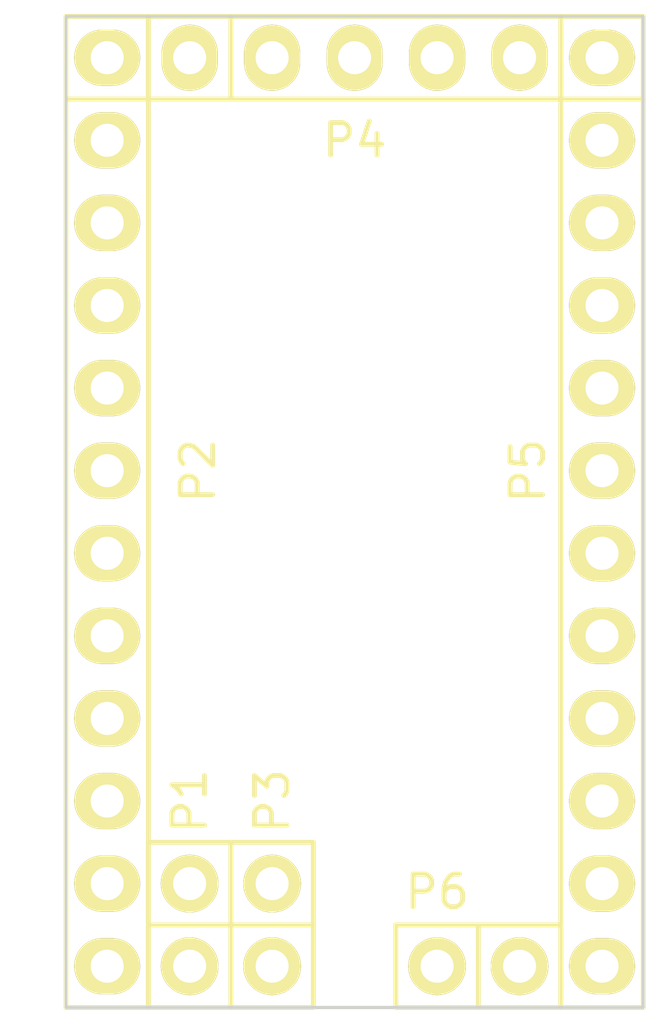
<source format=kicad_pcb>
(kicad_pcb (version 20221018) (generator pcbnew)
  (title_block (date "sam. 04 avril 2015"))
  (layers (0 "F.Cu" signal) (31 "B.Cu" signal) (34 "B.Paste" user) (35 "F.Paste" user) (36 "B.SilkS" user "B.Silkscreen") (37 "F.SilkS" user "F.Silkscreen") (38 "B.Mask" user) (39 "F.Mask" user) (44 "Edge.Cuts" user))
  (net 0 "")
  (net 1 "/A6")
  (net 2 "/A4")
  (net 3 "/1(Tx)")
  (net 4 "/0(Rx)")
  (net 5 "/Reset")
  (net 6 "GND")
  (net 7 "/2")
  (net 8 "/3(**)")
  (net 9 "/4")
  (net 10 "/5(**)")
  (net 11 "/6(**)")
  (net 12 "/7")
  (net 13 "/8")
  (net 14 "/9(**)")
  (net 15 "/A7")
  (net 16 "/A5")
  (net 17 "+5V")
  (net 18 "+9V")
  (net 19 "/A3")
  (net 20 "/A2")
  (net 21 "/A1")
  (net 22 "/A0")
  (net 23 "/13(SCK)")
  (net 24 "/12(**/MOSI)")
  (net 25 "/11(MISO)")
  (net 26 "/10(**/SS)")
  (footprint "Socket_Arduino_Mini:Socket_Strip_Arduino_1x12" (layer "F.Cu") (at 135.763 77.216 -90)
    (fp_text reference "P2" (at 12.7 -2.794 270) (layer "F.SilkS"))
    (fp_text value "Digital")
    (fp_line (start -1.27 -1.27) (end -1.27 1.27) (stroke (width 0.15)) (layer "F.SilkS"))
    (fp_line (start -1.27 1.27) (end 1.27 1.27) (stroke (width 0.15)) (layer "F.SilkS"))
    (fp_line (start 1.27 -1.27) (end -1.27 -1.27) (stroke (width 0.15)) (layer "F.SilkS"))
    (fp_line (start 1.27 1.27) (end 1.27 -1.27) (stroke (width 0.15)) (layer "F.SilkS"))
    (fp_line (start 1.27 1.27) (end 29.21 1.27) (stroke (width 0.15)) (layer "F.SilkS"))
    (fp_line (start 29.21 -1.27) (end 1.27 -1.27) (stroke (width 0.15)) (layer "F.SilkS"))
    (fp_line (start 29.21 1.27) (end 29.21 -1.27) (stroke (width 0.15)) (layer "F.SilkS"))
    (pad "1" thru_hole oval locked (at 0 0 270) (size 1.7272 2.032) (drill 1.016) (layers "*.Cu" "*.Mask" "F.SilkS") (net 3 "/1(Tx)"))
    (pad "2" thru_hole oval locked (at 2.54 0 270) (size 1.7272 2.032) (drill 1.016) (layers "*.Cu" "*.Mask" "F.SilkS") (net 4 "/0(Rx)"))
    (pad "3" thru_hole oval locked (at 5.08 0 270) (size 1.7272 2.032) (drill 1.016) (layers "*.Cu" "*.Mask" "F.SilkS") (net 5 "/Reset"))
    (pad "4" thru_hole oval locked (at 7.62 0 270) (size 1.7272 2.032) (drill 1.016) (layers "*.Cu" "*.Mask" "F.SilkS") (net 6 "GND"))
    (pad "5" thru_hole oval locked (at 10.16 0 270) (size 1.7272 2.032) (drill 1.016) (layers "*.Cu" "*.Mask" "F.SilkS") (net 7 "/2"))
    (pad "6" thru_hole oval locked (at 12.7 0 270) (size 1.7272 2.032) (drill 1.016) (layers "*.Cu" "*.Mask" "F.SilkS") (net 8 "/3(**)"))
    (pad "7" thru_hole oval locked (at 15.24 0 270) (size 1.7272 2.032) (drill 1.016) (layers "*.Cu" "*.Mask" "F.SilkS") (net 9 "/4"))
    (pad "8" thru_hole oval locked (at 17.78 0 270) (size 1.7272 2.032) (drill 1.016) (layers "*.Cu" "*.Mask" "F.SilkS") (net 10 "/5(**)"))
    (pad "9" thru_hole oval locked (at 20.32 0 270) (size 1.7272 2.032) (drill 1.016) (layers "*.Cu" "*.Mask" "F.SilkS") (net 11 "/6(**)"))
    (pad "10" thru_hole oval locked (at 22.86 0 270) (size 1.7272 2.032) (drill 1.016) (layers "*.Cu" "*.Mask" "F.SilkS") (net 12 "/7"))
    (pad "11" thru_hole oval locked (at 25.4 0 270) (size 1.7272 2.032) (drill 1.016) (layers "*.Cu" "*.Mask" "F.SilkS") (net 13 "/8"))
    (pad "12" thru_hole oval locked (at 27.94 0 270) (size 1.7272 2.032) (drill 1.016) (layers "*.Cu" "*.Mask" "F.SilkS") (net 14 "/9(**)"))
  )
  (footprint "Socket_Arduino_Mini:Socket_Strip_Arduino_1x05" (layer "F.Cu") (at 138.303 77.216)
    (fp_text reference "P4" (at 5.08 2.54) (layer "F.SilkS"))
    (fp_text value "COM")
    (fp_line (start -1.27 -1.27) (end -1.27 1.27) (stroke (width 0.15)) (layer "F.SilkS"))
    (fp_line (start -1.27 1.27) (end 1.27 1.27) (stroke (width 0.15)) (layer "F.SilkS"))
    (fp_line (start 1.27 -1.27) (end -1.27 -1.27) (stroke (width 0.15)) (layer "F.SilkS"))
    (fp_line (start 1.27 1.27) (end 1.27 -1.27) (stroke (width 0.15)) (layer "F.SilkS"))
    (fp_line (start 1.27 1.27) (end 11.43 1.27) (stroke (width 0.15)) (layer "F.SilkS"))
    (fp_line (start 11.43 -1.27) (end 1.27 -1.27) (stroke (width 0.15)) (layer "F.SilkS"))
    (fp_line (start 11.43 1.27) (end 11.43 -1.27) (stroke (width 0.15)) (layer "F.SilkS"))
    (pad "1" thru_hole oval locked (at 0 0) (size 1.7272 2.032) (drill 1.016) (layers "*.Cu" "*.Mask" "F.SilkS") (net 5 "/Reset"))
    (pad "2" thru_hole oval locked (at 2.54 0) (size 1.7272 2.032) (drill 1.016) (layers "*.Cu" "*.Mask" "F.SilkS") (net 3 "/1(Tx)"))
    (pad "3" thru_hole oval locked (at 5.08 0) (size 1.7272 2.032) (drill 1.016) (layers "*.Cu" "*.Mask" "F.SilkS") (net 4 "/0(Rx)"))
    (pad "4" thru_hole oval locked (at 7.62 0) (size 1.7272 2.032) (drill 1.016) (layers "*.Cu" "*.Mask" "F.SilkS") (net 17 "+5V"))
    (pad "5" thru_hole oval locked (at 10.16 0) (size 1.7272 2.032) (drill 1.016) (layers "*.Cu" "*.Mask" "F.SilkS") (net 6 "GND"))
  )
  (footprint "Socket_Arduino_Mini:Socket_Strip_Arduino_1x12" (layer "F.Cu") (at 151.003 77.216 -90)
    (fp_text reference "P5" (at 12.7 2.286 270) (layer "F.SilkS"))
    (fp_text value "Analog")
    (fp_line (start -1.27 -1.27) (end -1.27 1.27) (stroke (width 0.15)) (layer "F.SilkS"))
    (fp_line (start -1.27 1.27) (end 1.27 1.27) (stroke (width 0.15)) (layer "F.SilkS"))
    (fp_line (start 1.27 -1.27) (end -1.27 -1.27) (stroke (width 0.15)) (layer "F.SilkS"))
    (fp_line (start 1.27 1.27) (end 1.27 -1.27) (stroke (width 0.15)) (layer "F.SilkS"))
    (fp_line (start 1.27 1.27) (end 29.21 1.27) (stroke (width 0.15)) (layer "F.SilkS"))
    (fp_line (start 29.21 -1.27) (end 1.27 -1.27) (stroke (width 0.15)) (layer "F.SilkS"))
    (fp_line (start 29.21 1.27) (end 29.21 -1.27) (stroke (width 0.15)) (layer "F.SilkS"))
    (pad "1" thru_hole oval locked (at 0 0 270) (size 1.7272 2.032) (drill 1.016) (layers "*.Cu" "*.Mask" "F.SilkS") (net 18 "+9V"))
    (pad "2" thru_hole oval locked (at 2.54 0 270) (size 1.7272 2.032) (drill 1.016) (layers "*.Cu" "*.Mask" "F.SilkS") (net 6 "GND"))
    (pad "3" thru_hole oval locked (at 5.08 0 270) (size 1.7272 2.032) (drill 1.016) (layers "*.Cu" "*.Mask" "F.SilkS") (net 5 "/Reset"))
    (pad "4" thru_hole oval locked (at 7.62 0 270) (size 1.7272 2.032) (drill 1.016) (layers "*.Cu" "*.Mask" "F.SilkS") (net 17 "+5V"))
    (pad "5" thru_hole oval locked (at 10.16 0 270) (size 1.7272 2.032) (drill 1.016) (layers "*.Cu" "*.Mask" "F.SilkS") (net 19 "/A3"))
    (pad "6" thru_hole oval locked (at 12.7 0 270) (size 1.7272 2.032) (drill 1.016) (layers "*.Cu" "*.Mask" "F.SilkS") (net 20 "/A2"))
    (pad "7" thru_hole oval locked (at 15.24 0 270) (size 1.7272 2.032) (drill 1.016) (layers "*.Cu" "*.Mask" "F.SilkS") (net 21 "/A1"))
    (pad "8" thru_hole oval locked (at 17.78 0 270) (size 1.7272 2.032) (drill 1.016) (layers "*.Cu" "*.Mask" "F.SilkS") (net 22 "/A0"))
    (pad "9" thru_hole oval locked (at 20.32 0 270) (size 1.7272 2.032) (drill 1.016) (layers "*.Cu" "*.Mask" "F.SilkS") (net 23 "/13(SCK)"))
    (pad "10" thru_hole oval locked (at 22.86 0 270) (size 1.7272 2.032) (drill 1.016) (layers "*.Cu" "*.Mask" "F.SilkS") (net 24 "/12(**/MOSI)"))
    (pad "11" thru_hole oval locked (at 25.4 0 270) (size 1.7272 2.032) (drill 1.016) (layers "*.Cu" "*.Mask" "F.SilkS") (net 25 "/11(MISO)"))
    (pad "12" thru_hole oval locked (at 27.94 0 270) (size 1.7272 2.032) (drill 1.016) (layers "*.Cu" "*.Mask" "F.SilkS") (net 26 "/10(**/SS)"))
  )
  (footprint "Socket_Arduino_Mini:Socket_Strip_Arduino_1x02" (layer "F.Cu") (at 138.303 102.616 -90)
    (fp_text reference "P1" (at -2.54 0 270) (layer "F.SilkS"))
    (fp_text value "ADC")
    (fp_line (start -1.27 -1.27) (end -1.27 1.27) (stroke (width 0.15)) (layer "F.SilkS"))
    (fp_line (start -1.27 1.27) (end 1.27 1.27) (stroke (width 0.15)) (layer "F.SilkS"))
    (fp_line (start 1.27 -1.27) (end -1.27 -1.27) (stroke (width 0.15)) (layer "F.SilkS"))
    (fp_line (start 1.27 -1.27) (end 3.81 -1.27) (stroke (width 0.15)) (layer "F.SilkS"))
    (fp_line (start 1.27 1.27) (end 1.27 -1.27) (stroke (width 0.15)) (layer "F.SilkS"))
    (fp_line (start 3.81 -1.27) (end 3.81 1.27) (stroke (width 0.15)) (layer "F.SilkS"))
    (fp_line (start 3.81 1.27) (end 1.27 1.27) (stroke (width 0.15)) (layer "F.SilkS"))
    (pad "1" thru_hole circle locked (at 0 0 270) (size 1.778 1.778) (drill 1.016) (layers "*.Cu" "*.Mask" "F.SilkS") (net 1 "/A6"))
    (pad "2" thru_hole circle locked (at 2.54 0 270) (size 1.778 1.778) (drill 1.016) (layers "*.Cu" "*.Mask" "F.SilkS") (net 2 "/A4"))
  )
  (footprint "Socket_Arduino_Mini:Socket_Strip_Arduino_1x02" (layer "F.Cu") (at 140.843 102.616 -90)
    (fp_text reference "P3" (at -2.54 0 270) (layer "F.SilkS"))
    (fp_text value "ADC")
    (fp_line (start -1.27 -1.27) (end -1.27 1.27) (stroke (width 0.15)) (layer "F.SilkS"))
    (fp_line (start -1.27 1.27) (end 1.27 1.27) (stroke (width 0.15)) (layer "F.SilkS"))
    (fp_line (start 1.27 -1.27) (end -1.27 -1.27) (stroke (width 0.15)) (layer "F.SilkS"))
    (fp_line (start 1.27 -1.27) (end 3.81 -1.27) (stroke (width 0.15)) (layer "F.SilkS"))
    (fp_line (start 1.27 1.27) (end 1.27 -1.27) (stroke (width 0.15)) (layer "F.SilkS"))
    (fp_line (start 3.81 -1.27) (end 3.81 1.27) (stroke (width 0.15)) (layer "F.SilkS"))
    (fp_line (start 3.81 1.27) (end 1.27 1.27) (stroke (width 0.15)) (layer "F.SilkS"))
    (pad "1" thru_hole circle locked (at 0 0 270) (size 1.778 1.778) (drill 1.016) (layers "*.Cu" "*.Mask" "F.SilkS") (net 15 "/A7"))
    (pad "2" thru_hole circle locked (at 2.54 0 270) (size 1.778 1.778) (drill 1.016) (layers "*.Cu" "*.Mask" "F.SilkS") (net 16 "/A5"))
  )
  (footprint "Socket_Arduino_Mini:Socket_Strip_Arduino_1x02" (layer "F.Cu") (at 145.923 105.156)
    (fp_text reference "P6" (at 0 -2.286) (layer "F.SilkS"))
    (fp_text value "PWR")
    (fp_line (start -1.27 -1.27) (end -1.27 1.27) (stroke (width 0.15)) (layer "F.SilkS"))
    (fp_line (start -1.27 1.27) (end 1.27 1.27) (stroke (width 0.15)) (layer "F.SilkS"))
    (fp_line (start 1.27 -1.27) (end -1.27 -1.27) (stroke (width 0.15)) (layer "F.SilkS"))
    (fp_line (start 1.27 -1.27) (end 3.81 -1.27) (stroke (width 0.15)) (layer "F.SilkS"))
    (fp_line (start 1.27 1.27) (end 1.27 -1.27) (stroke (width 0.15)) (layer "F.SilkS"))
    (fp_line (start 3.81 -1.27) (end 3.81 1.27) (stroke (width 0.15)) (layer "F.SilkS"))
    (fp_line (start 3.81 1.27) (end 1.27 1.27) (stroke (width 0.15)) (layer "F.SilkS"))
    (pad "1" thru_hole circle locked (at 0 0) (size 1.778 1.778) (drill 1.016) (layers "*.Cu" "*.Mask" "F.SilkS") (net 17 "+5V"))
    (pad "2" thru_hole circle locked (at 2.54 0) (size 1.778 1.778) (drill 1.016) (layers "*.Cu" "*.Mask" "F.SilkS") (net 6 "GND"))
  )
  (gr_line (start 134.493 106.426) (end 152.273 106.426) (stroke (width 0.1)) (layer "Edge.Cuts"))
  (gr_line (start 134.493 75.946) (end 134.493 106.426) (stroke (width 0.1)) (layer "Edge.Cuts"))
  (gr_line (start 152.273 75.946) (end 134.493 75.946) (stroke (width 0.1)) (layer "Edge.Cuts"))
  (gr_line (start 152.273 106.426) (end 152.273 75.946) (stroke (width 0.1)) (layer "Edge.Cuts"))
)
</source>
